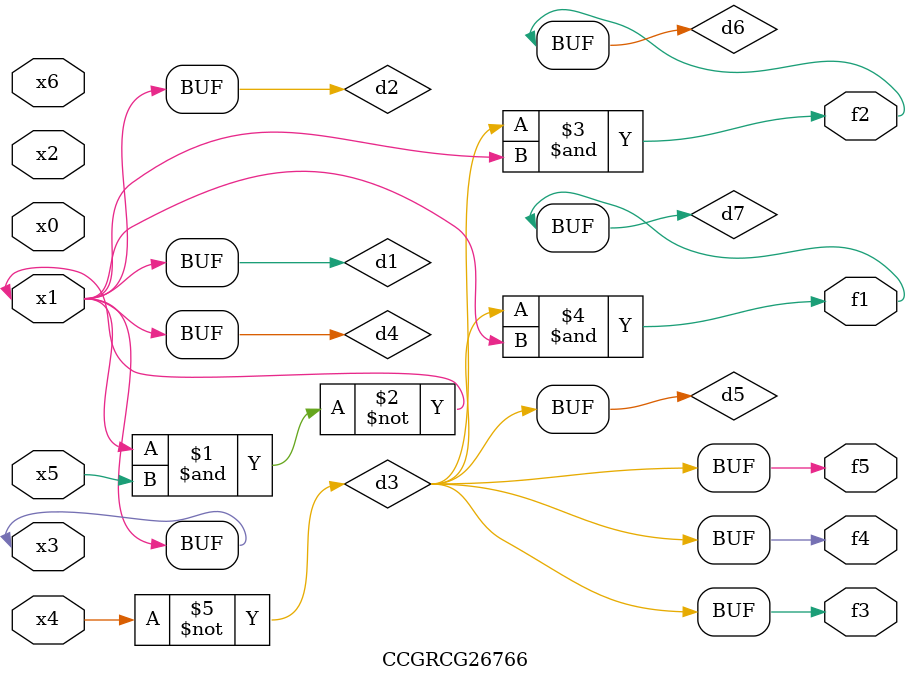
<source format=v>
module CCGRCG26766(
	input x0, x1, x2, x3, x4, x5, x6,
	output f1, f2, f3, f4, f5
);

	wire d1, d2, d3, d4, d5, d6, d7;

	buf (d1, x1, x3);
	nand (d2, x1, x5);
	not (d3, x4);
	buf (d4, d1, d2);
	buf (d5, d3);
	and (d6, d3, d4);
	and (d7, d3, d4);
	assign f1 = d7;
	assign f2 = d6;
	assign f3 = d5;
	assign f4 = d5;
	assign f5 = d5;
endmodule

</source>
